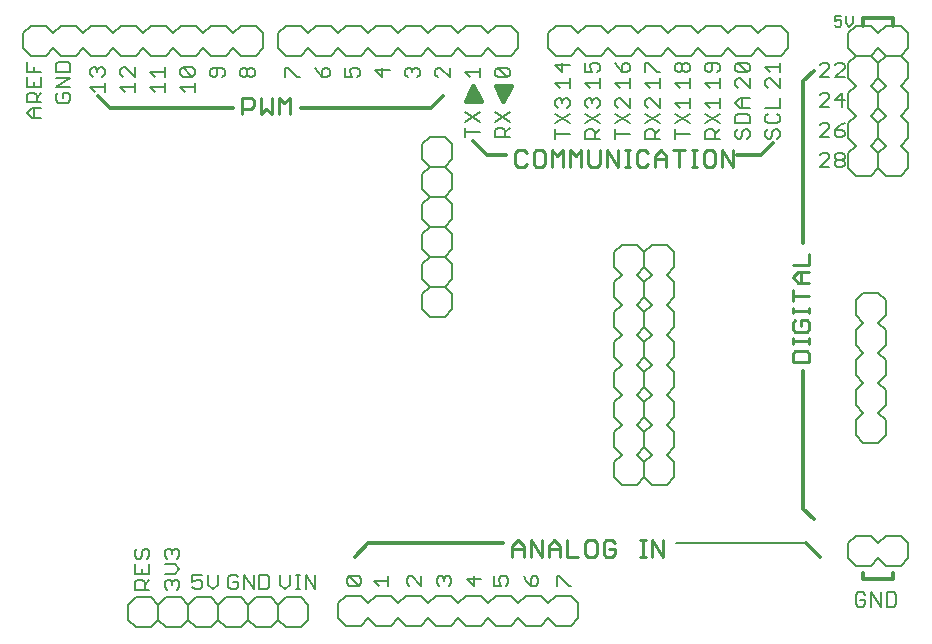
<source format=gto>
G75*
%MOIN*%
%OFA0B0*%
%FSLAX25Y25*%
%IPPOS*%
%LPD*%
%AMOC8*
5,1,8,0,0,1.08239X$1,22.5*
%
%ADD10C,0.01200*%
%ADD11C,0.00800*%
%ADD12C,0.01600*%
%ADD13C,0.01000*%
%ADD14C,0.00600*%
D10*
X0115900Y0029400D02*
X0120400Y0033900D01*
X0165400Y0033900D01*
X0265400Y0045400D02*
X0268900Y0041900D01*
X0265400Y0045400D02*
X0265400Y0091400D01*
X0265400Y0133900D02*
X0265400Y0187900D01*
X0268900Y0191400D01*
X0285400Y0206400D02*
X0285400Y0208900D01*
X0295400Y0208900D01*
X0295400Y0206400D01*
X0255400Y0167400D02*
X0251400Y0163400D01*
X0243400Y0163400D01*
X0166400Y0163400D02*
X0159900Y0163400D01*
X0155400Y0167900D01*
X0141400Y0178900D02*
X0145400Y0182900D01*
X0141400Y0178900D02*
X0097900Y0178900D01*
X0075400Y0178900D02*
X0034400Y0178900D01*
X0030400Y0182900D01*
X0266400Y0033900D02*
X0270900Y0029400D01*
X0285400Y0023900D02*
X0285400Y0021900D01*
X0295400Y0021900D01*
X0295400Y0023900D01*
D11*
X0040400Y0013400D02*
X0040400Y0008400D01*
X0042900Y0005900D01*
X0047900Y0005900D01*
X0050400Y0008400D01*
X0050400Y0013400D01*
X0052900Y0015900D01*
X0057900Y0015900D01*
X0060400Y0013400D01*
X0060400Y0008400D01*
X0057900Y0005900D01*
X0052900Y0005900D01*
X0050400Y0008400D01*
X0050400Y0013400D02*
X0047900Y0015900D01*
X0042900Y0015900D01*
X0040400Y0013400D01*
X0042579Y0018548D02*
X0042579Y0020950D01*
X0043379Y0021751D01*
X0044981Y0021751D01*
X0045781Y0020950D01*
X0045781Y0018548D01*
X0045781Y0020149D02*
X0047383Y0021751D01*
X0047383Y0023704D02*
X0047383Y0026907D01*
X0046582Y0028861D02*
X0047383Y0029662D01*
X0047383Y0031263D01*
X0046582Y0032064D01*
X0045781Y0032064D01*
X0044981Y0031263D01*
X0044981Y0029662D01*
X0044180Y0028861D01*
X0043379Y0028861D01*
X0042579Y0029662D01*
X0042579Y0031263D01*
X0043379Y0032064D01*
X0042579Y0026907D02*
X0042579Y0023704D01*
X0047383Y0023704D01*
X0044981Y0023704D02*
X0044981Y0025306D01*
X0052579Y0026907D02*
X0055781Y0026907D01*
X0057383Y0025306D01*
X0055781Y0023704D01*
X0052579Y0023704D01*
X0053379Y0021751D02*
X0054180Y0021751D01*
X0054981Y0020950D01*
X0055781Y0021751D01*
X0056582Y0021751D01*
X0057383Y0020950D01*
X0057383Y0019349D01*
X0056582Y0018548D01*
X0054981Y0020149D02*
X0054981Y0020950D01*
X0053379Y0021751D02*
X0052579Y0020950D01*
X0052579Y0019349D01*
X0053379Y0018548D01*
X0047383Y0018548D02*
X0042579Y0018548D01*
X0053379Y0028861D02*
X0052579Y0029662D01*
X0052579Y0031263D01*
X0053379Y0032064D01*
X0054180Y0032064D01*
X0054981Y0031263D01*
X0055781Y0032064D01*
X0056582Y0032064D01*
X0057383Y0031263D01*
X0057383Y0029662D01*
X0056582Y0028861D01*
X0054981Y0030462D02*
X0054981Y0031263D01*
X0061748Y0023421D02*
X0061748Y0021019D01*
X0063349Y0021820D01*
X0064150Y0021820D01*
X0064951Y0021019D01*
X0064951Y0019418D01*
X0064150Y0018617D01*
X0062549Y0018617D01*
X0061748Y0019418D01*
X0062900Y0015900D02*
X0067900Y0015900D01*
X0070400Y0013400D01*
X0070400Y0008400D01*
X0067900Y0005900D01*
X0062900Y0005900D01*
X0060400Y0008400D01*
X0060400Y0013400D02*
X0062900Y0015900D01*
X0066904Y0020219D02*
X0068506Y0018617D01*
X0070107Y0020219D01*
X0070107Y0023421D01*
X0066904Y0023421D02*
X0066904Y0020219D01*
X0064951Y0023421D02*
X0061748Y0023421D01*
X0073748Y0022621D02*
X0073748Y0019418D01*
X0074549Y0018617D01*
X0076150Y0018617D01*
X0076951Y0019418D01*
X0076951Y0021019D01*
X0075349Y0021019D01*
X0073748Y0022621D02*
X0074549Y0023421D01*
X0076150Y0023421D01*
X0076951Y0022621D01*
X0078904Y0023421D02*
X0082107Y0018617D01*
X0082107Y0023421D01*
X0084061Y0023421D02*
X0086463Y0023421D01*
X0087264Y0022621D01*
X0087264Y0019418D01*
X0086463Y0018617D01*
X0084061Y0018617D01*
X0084061Y0023421D01*
X0078904Y0023421D02*
X0078904Y0018617D01*
X0077900Y0015900D02*
X0080400Y0013400D01*
X0080400Y0008400D01*
X0077900Y0005900D01*
X0072900Y0005900D01*
X0070400Y0008400D01*
X0070400Y0013400D02*
X0072900Y0015900D01*
X0077900Y0015900D01*
X0080400Y0013400D02*
X0082900Y0015900D01*
X0087900Y0015900D01*
X0090400Y0013400D01*
X0090400Y0008400D01*
X0087900Y0005900D01*
X0082900Y0005900D01*
X0080400Y0008400D01*
X0090400Y0008400D02*
X0092900Y0005900D01*
X0097900Y0005900D01*
X0100400Y0008400D01*
X0100400Y0013400D01*
X0097900Y0015900D01*
X0092900Y0015900D01*
X0090400Y0013400D01*
X0092549Y0018617D02*
X0094151Y0020219D01*
X0094151Y0023421D01*
X0096104Y0023421D02*
X0097706Y0023421D01*
X0096905Y0023421D02*
X0096905Y0018617D01*
X0096104Y0018617D02*
X0097706Y0018617D01*
X0099542Y0018617D02*
X0099542Y0023421D01*
X0102745Y0018617D01*
X0102745Y0023421D01*
X0113196Y0022202D02*
X0113196Y0020601D01*
X0113997Y0019800D01*
X0117199Y0019800D01*
X0113997Y0023003D01*
X0117199Y0023003D01*
X0118000Y0022202D01*
X0118000Y0020601D01*
X0117199Y0019800D01*
X0113997Y0023003D02*
X0113196Y0022202D01*
X0112900Y0016400D02*
X0110400Y0013900D01*
X0110400Y0008900D01*
X0112900Y0006400D01*
X0117900Y0006400D01*
X0120400Y0008900D01*
X0122900Y0006400D01*
X0127900Y0006400D01*
X0130400Y0008900D01*
X0132900Y0006400D01*
X0137900Y0006400D01*
X0140400Y0008900D01*
X0142900Y0006400D01*
X0147900Y0006400D01*
X0150400Y0008900D01*
X0152900Y0006400D01*
X0157900Y0006400D01*
X0160400Y0008900D01*
X0162900Y0006400D01*
X0167900Y0006400D01*
X0170400Y0008900D01*
X0172900Y0006400D01*
X0177900Y0006400D01*
X0180400Y0008900D01*
X0182900Y0006400D01*
X0187900Y0006400D01*
X0190400Y0008900D01*
X0190400Y0013900D01*
X0187900Y0016400D01*
X0182900Y0016400D01*
X0180400Y0013900D01*
X0177900Y0016400D01*
X0172900Y0016400D01*
X0170400Y0013900D01*
X0167900Y0016400D01*
X0162900Y0016400D01*
X0160400Y0013900D01*
X0157900Y0016400D01*
X0152900Y0016400D01*
X0150400Y0013900D01*
X0147900Y0016400D01*
X0142900Y0016400D01*
X0140400Y0013900D01*
X0137900Y0016400D01*
X0132900Y0016400D01*
X0130400Y0013900D01*
X0127900Y0016400D01*
X0122900Y0016400D01*
X0120400Y0013900D01*
X0117900Y0016400D01*
X0112900Y0016400D01*
X0122196Y0021401D02*
X0127000Y0021401D01*
X0127000Y0019800D02*
X0127000Y0023003D01*
X0123797Y0019800D02*
X0122196Y0021401D01*
X0133196Y0020601D02*
X0133997Y0019800D01*
X0133196Y0020601D02*
X0133196Y0022202D01*
X0133997Y0023003D01*
X0134797Y0023003D01*
X0138000Y0019800D01*
X0138000Y0023003D01*
X0143196Y0022202D02*
X0143196Y0020601D01*
X0143997Y0019800D01*
X0145598Y0021401D02*
X0145598Y0022202D01*
X0146399Y0023003D01*
X0147199Y0023003D01*
X0148000Y0022202D01*
X0148000Y0020601D01*
X0147199Y0019800D01*
X0145598Y0022202D02*
X0144797Y0023003D01*
X0143997Y0023003D01*
X0143196Y0022202D01*
X0153196Y0022202D02*
X0155598Y0019800D01*
X0155598Y0023003D01*
X0158000Y0022202D02*
X0153196Y0022202D01*
X0162196Y0023003D02*
X0162196Y0019800D01*
X0164598Y0019800D01*
X0163797Y0021401D01*
X0163797Y0022202D01*
X0164598Y0023003D01*
X0166199Y0023003D01*
X0167000Y0022202D01*
X0167000Y0020601D01*
X0166199Y0019800D01*
X0172196Y0023003D02*
X0172997Y0021401D01*
X0174598Y0019800D01*
X0174598Y0022202D01*
X0175399Y0023003D01*
X0176199Y0023003D01*
X0177000Y0022202D01*
X0177000Y0020601D01*
X0176199Y0019800D01*
X0174598Y0019800D01*
X0183196Y0019800D02*
X0183196Y0023003D01*
X0183997Y0023003D01*
X0187199Y0019800D01*
X0188000Y0019800D01*
X0222900Y0033900D02*
X0266400Y0033900D01*
X0280400Y0033900D02*
X0280400Y0028900D01*
X0282900Y0026400D01*
X0287900Y0026400D01*
X0290400Y0028900D01*
X0292900Y0026400D01*
X0297900Y0026400D01*
X0300400Y0028900D01*
X0300400Y0033900D01*
X0297900Y0036400D01*
X0292900Y0036400D01*
X0290400Y0033900D01*
X0287900Y0036400D01*
X0282900Y0036400D01*
X0280400Y0033900D01*
X0283601Y0017604D02*
X0282800Y0016803D01*
X0282800Y0013601D01*
X0283601Y0012800D01*
X0285202Y0012800D01*
X0286003Y0013601D01*
X0286003Y0015202D01*
X0284401Y0015202D01*
X0286003Y0016803D02*
X0285202Y0017604D01*
X0283601Y0017604D01*
X0287956Y0017604D02*
X0291159Y0012800D01*
X0291159Y0017604D01*
X0293113Y0017604D02*
X0295515Y0017604D01*
X0296316Y0016803D01*
X0296316Y0013601D01*
X0295515Y0012800D01*
X0293113Y0012800D01*
X0293113Y0017604D01*
X0287956Y0017604D02*
X0287956Y0012800D01*
X0222400Y0055900D02*
X0222400Y0060900D01*
X0219900Y0063400D01*
X0222400Y0065900D01*
X0222400Y0070900D01*
X0219900Y0073400D01*
X0222400Y0075900D01*
X0222400Y0080900D01*
X0219900Y0083400D01*
X0222400Y0085900D01*
X0222400Y0090900D01*
X0219900Y0093400D01*
X0222400Y0095900D01*
X0222400Y0100900D01*
X0219900Y0103400D01*
X0222400Y0105900D01*
X0222400Y0110900D01*
X0219900Y0113400D01*
X0222400Y0115900D01*
X0222400Y0120900D01*
X0219900Y0123400D01*
X0222400Y0125900D01*
X0222400Y0130900D01*
X0219900Y0133400D01*
X0214900Y0133400D01*
X0212400Y0130900D01*
X0209900Y0133400D01*
X0204900Y0133400D01*
X0202400Y0130900D01*
X0202400Y0125900D01*
X0204900Y0123400D01*
X0202400Y0120900D01*
X0202400Y0115900D01*
X0204900Y0113400D01*
X0202400Y0110900D01*
X0202400Y0105900D01*
X0204900Y0103400D01*
X0202400Y0100900D01*
X0202400Y0095900D01*
X0204900Y0093400D01*
X0202400Y0090900D01*
X0202400Y0085900D01*
X0204900Y0083400D01*
X0202400Y0080900D01*
X0202400Y0075900D01*
X0204900Y0073400D01*
X0202400Y0070900D01*
X0202400Y0065900D01*
X0204900Y0063400D01*
X0202400Y0060900D01*
X0202400Y0055900D01*
X0204900Y0053400D01*
X0209900Y0053400D01*
X0212400Y0055900D01*
X0212400Y0060900D01*
X0209900Y0063400D01*
X0212400Y0065900D01*
X0212400Y0070900D01*
X0209900Y0073400D01*
X0212400Y0075900D01*
X0212400Y0080900D01*
X0209900Y0083400D01*
X0212400Y0085900D01*
X0212400Y0090900D01*
X0209900Y0093400D01*
X0212400Y0095900D01*
X0212400Y0100900D01*
X0209900Y0103400D01*
X0212400Y0105900D01*
X0212400Y0110900D01*
X0209900Y0113400D01*
X0212400Y0115900D01*
X0212400Y0120900D01*
X0209900Y0123400D01*
X0212400Y0125900D01*
X0212400Y0130900D01*
X0212400Y0125900D01*
X0214900Y0123400D01*
X0212400Y0120900D01*
X0212400Y0115900D01*
X0214900Y0113400D01*
X0212400Y0110900D01*
X0212400Y0105900D01*
X0214900Y0103400D01*
X0212400Y0100900D01*
X0212400Y0095900D01*
X0214900Y0093400D01*
X0212400Y0090900D01*
X0212400Y0085900D01*
X0214900Y0083400D01*
X0212400Y0080900D01*
X0212400Y0075900D01*
X0214900Y0073400D01*
X0212400Y0070900D01*
X0212400Y0065900D01*
X0214900Y0063400D01*
X0212400Y0060900D01*
X0212400Y0055900D01*
X0214900Y0053400D01*
X0219900Y0053400D01*
X0222400Y0055900D01*
X0282900Y0069900D02*
X0285400Y0067400D01*
X0290400Y0067400D01*
X0292900Y0069900D01*
X0292900Y0074900D01*
X0290400Y0077400D01*
X0292900Y0079900D01*
X0292900Y0084900D01*
X0290400Y0087400D01*
X0292900Y0089900D01*
X0292900Y0094900D01*
X0290400Y0097400D01*
X0292900Y0099900D01*
X0292900Y0104900D01*
X0290400Y0107400D01*
X0292900Y0109900D01*
X0292900Y0114900D01*
X0290400Y0117400D01*
X0285400Y0117400D01*
X0282900Y0114900D01*
X0282900Y0109900D01*
X0285400Y0107400D01*
X0282900Y0104900D01*
X0282900Y0099900D01*
X0285400Y0097400D01*
X0282900Y0094900D01*
X0282900Y0089900D01*
X0285400Y0087400D01*
X0282900Y0084900D01*
X0282900Y0079900D01*
X0285400Y0077400D01*
X0282900Y0074900D01*
X0282900Y0069900D01*
X0282900Y0156400D02*
X0287900Y0156400D01*
X0290400Y0158900D01*
X0290400Y0163900D01*
X0287900Y0166400D01*
X0290400Y0168900D01*
X0290400Y0173900D01*
X0287900Y0176400D01*
X0290400Y0178900D01*
X0290400Y0183900D01*
X0287900Y0186400D01*
X0290400Y0188900D01*
X0290400Y0193900D01*
X0287900Y0196400D01*
X0282900Y0196400D01*
X0280400Y0193900D01*
X0280400Y0188900D01*
X0282900Y0186400D01*
X0280400Y0183900D01*
X0280400Y0178900D01*
X0282900Y0176400D01*
X0280400Y0173900D01*
X0280400Y0168900D01*
X0282900Y0166400D01*
X0280400Y0163900D01*
X0280400Y0158900D01*
X0282900Y0156400D01*
X0279159Y0160101D02*
X0278358Y0159300D01*
X0276757Y0159300D01*
X0275956Y0160101D01*
X0275956Y0160901D01*
X0276757Y0161702D01*
X0278358Y0161702D01*
X0279159Y0160901D01*
X0279159Y0160101D01*
X0278358Y0161702D02*
X0279159Y0162503D01*
X0279159Y0163303D01*
X0278358Y0164104D01*
X0276757Y0164104D01*
X0275956Y0163303D01*
X0275956Y0162503D01*
X0276757Y0161702D01*
X0274003Y0162503D02*
X0274003Y0163303D01*
X0273202Y0164104D01*
X0271601Y0164104D01*
X0270800Y0163303D01*
X0274003Y0162503D02*
X0270800Y0159300D01*
X0274003Y0159300D01*
X0274003Y0169300D02*
X0270800Y0169300D01*
X0274003Y0172503D01*
X0274003Y0173303D01*
X0273202Y0174104D01*
X0271601Y0174104D01*
X0270800Y0173303D01*
X0275956Y0171702D02*
X0275956Y0170101D01*
X0276757Y0169300D01*
X0278358Y0169300D01*
X0279159Y0170101D01*
X0279159Y0170901D01*
X0278358Y0171702D01*
X0275956Y0171702D01*
X0277558Y0173303D01*
X0279159Y0174104D01*
X0278358Y0179300D02*
X0278358Y0184104D01*
X0275956Y0181702D01*
X0279159Y0181702D01*
X0274003Y0182503D02*
X0274003Y0183303D01*
X0273202Y0184104D01*
X0271601Y0184104D01*
X0270800Y0183303D01*
X0274003Y0182503D02*
X0270800Y0179300D01*
X0274003Y0179300D01*
X0274003Y0189300D02*
X0270800Y0189300D01*
X0274003Y0192503D01*
X0274003Y0193303D01*
X0273202Y0194104D01*
X0271601Y0194104D01*
X0270800Y0193303D01*
X0275956Y0193303D02*
X0276757Y0194104D01*
X0278358Y0194104D01*
X0279159Y0193303D01*
X0279159Y0192503D01*
X0275956Y0189300D01*
X0279159Y0189300D01*
X0282900Y0196400D02*
X0287900Y0196400D01*
X0290400Y0198900D01*
X0292900Y0196400D01*
X0297900Y0196400D01*
X0300400Y0193900D01*
X0300400Y0188900D01*
X0297900Y0186400D01*
X0300400Y0183900D01*
X0300400Y0178900D01*
X0297900Y0176400D01*
X0300400Y0173900D01*
X0300400Y0168900D01*
X0297900Y0166400D01*
X0300400Y0163900D01*
X0300400Y0158900D01*
X0297900Y0156400D01*
X0292900Y0156400D01*
X0290400Y0158900D01*
X0290400Y0163900D01*
X0292900Y0166400D01*
X0290400Y0168900D01*
X0290400Y0173900D01*
X0292900Y0176400D01*
X0290400Y0178900D01*
X0290400Y0183900D01*
X0292900Y0186400D01*
X0290400Y0188900D01*
X0290400Y0193900D01*
X0292900Y0196400D01*
X0297900Y0196400D01*
X0300400Y0198900D01*
X0300400Y0203900D01*
X0297900Y0206400D01*
X0292900Y0206400D01*
X0290400Y0203900D01*
X0287900Y0206400D01*
X0282900Y0206400D01*
X0280400Y0203900D01*
X0280400Y0198900D01*
X0282900Y0196400D01*
X0260400Y0198900D02*
X0257900Y0196400D01*
X0252900Y0196400D01*
X0250400Y0198900D01*
X0247900Y0196400D01*
X0242900Y0196400D01*
X0240400Y0198900D01*
X0237900Y0196400D01*
X0232900Y0196400D01*
X0230400Y0198900D01*
X0227900Y0196400D01*
X0222900Y0196400D01*
X0220400Y0198900D01*
X0217900Y0196400D01*
X0212900Y0196400D01*
X0210400Y0198900D01*
X0207900Y0196400D01*
X0202900Y0196400D01*
X0200400Y0198900D01*
X0197900Y0196400D01*
X0192900Y0196400D01*
X0190400Y0198900D01*
X0187900Y0196400D01*
X0182900Y0196400D01*
X0180400Y0198900D01*
X0180400Y0203900D01*
X0182900Y0206400D01*
X0187900Y0206400D01*
X0190400Y0203900D01*
X0192900Y0206400D01*
X0197900Y0206400D01*
X0200400Y0203900D01*
X0202900Y0206400D01*
X0207900Y0206400D01*
X0210400Y0203900D01*
X0212900Y0206400D01*
X0217900Y0206400D01*
X0220400Y0203900D01*
X0222900Y0206400D01*
X0227900Y0206400D01*
X0230400Y0203900D01*
X0232900Y0206400D01*
X0237900Y0206400D01*
X0240400Y0203900D01*
X0242900Y0206400D01*
X0247900Y0206400D01*
X0250400Y0203900D01*
X0252900Y0206400D01*
X0257900Y0206400D01*
X0260400Y0203900D01*
X0260400Y0198900D01*
X0257500Y0194159D02*
X0257500Y0190956D01*
X0257500Y0192558D02*
X0252696Y0192558D01*
X0254297Y0190956D01*
X0254297Y0189003D02*
X0253497Y0189003D01*
X0252696Y0188202D01*
X0252696Y0186601D01*
X0253497Y0185800D01*
X0254297Y0189003D02*
X0257500Y0185800D01*
X0257500Y0189003D01*
X0257500Y0182316D02*
X0257500Y0179113D01*
X0252696Y0179113D01*
X0253497Y0177159D02*
X0252696Y0176358D01*
X0252696Y0174757D01*
X0253497Y0173956D01*
X0256699Y0173956D01*
X0257500Y0174757D01*
X0257500Y0176358D01*
X0256699Y0177159D01*
X0256699Y0172003D02*
X0257500Y0171202D01*
X0257500Y0169601D01*
X0256699Y0168800D01*
X0255098Y0169601D02*
X0255098Y0171202D01*
X0255899Y0172003D01*
X0256699Y0172003D01*
X0255098Y0169601D02*
X0254297Y0168800D01*
X0253497Y0168800D01*
X0252696Y0169601D01*
X0252696Y0171202D01*
X0253497Y0172003D01*
X0247500Y0171202D02*
X0247500Y0169601D01*
X0246699Y0168800D01*
X0245098Y0169601D02*
X0245098Y0171202D01*
X0245899Y0172003D01*
X0246699Y0172003D01*
X0247500Y0171202D01*
X0247500Y0173956D02*
X0247500Y0176358D01*
X0246699Y0177159D01*
X0243497Y0177159D01*
X0242696Y0176358D01*
X0242696Y0173956D01*
X0247500Y0173956D01*
X0243497Y0172003D02*
X0242696Y0171202D01*
X0242696Y0169601D01*
X0243497Y0168800D01*
X0244297Y0168800D01*
X0245098Y0169601D01*
X0237500Y0168800D02*
X0232696Y0168800D01*
X0232696Y0171202D01*
X0233497Y0172003D01*
X0235098Y0172003D01*
X0235899Y0171202D01*
X0235899Y0168800D01*
X0235899Y0170401D02*
X0237500Y0172003D01*
X0237500Y0173956D02*
X0232696Y0177159D01*
X0234297Y0179113D02*
X0232696Y0180714D01*
X0237500Y0180714D01*
X0237500Y0179113D02*
X0237500Y0182316D01*
X0237500Y0185800D02*
X0237500Y0189003D01*
X0237500Y0187401D02*
X0232696Y0187401D01*
X0234297Y0185800D01*
X0227500Y0185800D02*
X0227500Y0189003D01*
X0227500Y0187401D02*
X0222696Y0187401D01*
X0224297Y0185800D01*
X0227500Y0182316D02*
X0227500Y0179113D01*
X0227500Y0180714D02*
X0222696Y0180714D01*
X0224297Y0179113D01*
X0222696Y0177159D02*
X0227500Y0173956D01*
X0227500Y0177159D02*
X0222696Y0173956D01*
X0222696Y0172003D02*
X0222696Y0168800D01*
X0222696Y0170401D02*
X0227500Y0170401D01*
X0232696Y0173956D02*
X0237500Y0177159D01*
X0242696Y0180714D02*
X0244297Y0182316D01*
X0247500Y0182316D01*
X0245098Y0182316D02*
X0245098Y0179113D01*
X0244297Y0179113D02*
X0242696Y0180714D01*
X0244297Y0179113D02*
X0247500Y0179113D01*
X0247500Y0185800D02*
X0244297Y0189003D01*
X0243497Y0189003D01*
X0242696Y0188202D01*
X0242696Y0186601D01*
X0243497Y0185800D01*
X0247500Y0185800D02*
X0247500Y0189003D01*
X0246699Y0190956D02*
X0243497Y0190956D01*
X0242696Y0191757D01*
X0242696Y0193358D01*
X0243497Y0194159D01*
X0246699Y0190956D01*
X0247500Y0191757D01*
X0247500Y0193358D01*
X0246699Y0194159D01*
X0243497Y0194159D01*
X0237500Y0193358D02*
X0237500Y0191757D01*
X0236699Y0190956D01*
X0235098Y0191757D02*
X0235098Y0194159D01*
X0236699Y0194159D02*
X0233497Y0194159D01*
X0232696Y0193358D01*
X0232696Y0191757D01*
X0233497Y0190956D01*
X0234297Y0190956D01*
X0235098Y0191757D01*
X0237500Y0193358D02*
X0236699Y0194159D01*
X0227500Y0193358D02*
X0227500Y0191757D01*
X0226699Y0190956D01*
X0225899Y0190956D01*
X0225098Y0191757D01*
X0225098Y0193358D01*
X0225899Y0194159D01*
X0226699Y0194159D01*
X0227500Y0193358D01*
X0225098Y0193358D02*
X0224297Y0194159D01*
X0223497Y0194159D01*
X0222696Y0193358D01*
X0222696Y0191757D01*
X0223497Y0190956D01*
X0224297Y0190956D01*
X0225098Y0191757D01*
X0217500Y0190956D02*
X0216699Y0190956D01*
X0213497Y0194159D01*
X0212696Y0194159D01*
X0212696Y0190956D01*
X0217500Y0189003D02*
X0217500Y0185800D01*
X0217500Y0187401D02*
X0212696Y0187401D01*
X0214297Y0185800D01*
X0214297Y0182316D02*
X0213497Y0182316D01*
X0212696Y0181515D01*
X0212696Y0179913D01*
X0213497Y0179113D01*
X0212696Y0177159D02*
X0217500Y0173956D01*
X0217500Y0172003D02*
X0215899Y0170401D01*
X0215899Y0171202D02*
X0215899Y0168800D01*
X0217500Y0168800D02*
X0212696Y0168800D01*
X0212696Y0171202D01*
X0213497Y0172003D01*
X0215098Y0172003D01*
X0215899Y0171202D01*
X0212696Y0173956D02*
X0217500Y0177159D01*
X0217500Y0179113D02*
X0214297Y0182316D01*
X0217500Y0182316D02*
X0217500Y0179113D01*
X0207500Y0179113D02*
X0204297Y0182316D01*
X0203497Y0182316D01*
X0202696Y0181515D01*
X0202696Y0179913D01*
X0203497Y0179113D01*
X0202696Y0177159D02*
X0207500Y0173956D01*
X0207500Y0177159D02*
X0202696Y0173956D01*
X0202696Y0172003D02*
X0202696Y0168800D01*
X0202696Y0170401D02*
X0207500Y0170401D01*
X0197500Y0168800D02*
X0192696Y0168800D01*
X0192696Y0171202D01*
X0193497Y0172003D01*
X0195098Y0172003D01*
X0195899Y0171202D01*
X0195899Y0168800D01*
X0195899Y0170401D02*
X0197500Y0172003D01*
X0197500Y0173956D02*
X0192696Y0177159D01*
X0193497Y0179113D02*
X0192696Y0179913D01*
X0192696Y0181515D01*
X0193497Y0182316D01*
X0194297Y0182316D01*
X0195098Y0181515D01*
X0195899Y0182316D01*
X0196699Y0182316D01*
X0197500Y0181515D01*
X0197500Y0179913D01*
X0196699Y0179113D01*
X0197500Y0177159D02*
X0192696Y0173956D01*
X0187500Y0173956D02*
X0182696Y0177159D01*
X0183497Y0179113D02*
X0182696Y0179913D01*
X0182696Y0181515D01*
X0183497Y0182316D01*
X0184297Y0182316D01*
X0185098Y0181515D01*
X0185899Y0182316D01*
X0186699Y0182316D01*
X0187500Y0181515D01*
X0187500Y0179913D01*
X0186699Y0179113D01*
X0187500Y0177159D02*
X0182696Y0173956D01*
X0182696Y0172003D02*
X0182696Y0168800D01*
X0182696Y0170401D02*
X0187500Y0170401D01*
X0185098Y0180714D02*
X0185098Y0181515D01*
X0184297Y0185800D02*
X0182696Y0187401D01*
X0187500Y0187401D01*
X0187500Y0185800D02*
X0187500Y0189003D01*
X0185098Y0190956D02*
X0185098Y0194159D01*
X0187500Y0193358D02*
X0182696Y0193358D01*
X0185098Y0190956D01*
X0192696Y0190956D02*
X0195098Y0190956D01*
X0194297Y0192558D01*
X0194297Y0193358D01*
X0195098Y0194159D01*
X0196699Y0194159D01*
X0197500Y0193358D01*
X0197500Y0191757D01*
X0196699Y0190956D01*
X0197500Y0189003D02*
X0197500Y0185800D01*
X0197500Y0187401D02*
X0192696Y0187401D01*
X0194297Y0185800D01*
X0195098Y0181515D02*
X0195098Y0180714D01*
X0202696Y0187401D02*
X0207500Y0187401D01*
X0207500Y0185800D02*
X0207500Y0189003D01*
X0206699Y0190956D02*
X0207500Y0191757D01*
X0207500Y0193358D01*
X0206699Y0194159D01*
X0205899Y0194159D01*
X0205098Y0193358D01*
X0205098Y0190956D01*
X0206699Y0190956D01*
X0205098Y0190956D02*
X0203497Y0192558D01*
X0202696Y0194159D01*
X0202696Y0187401D02*
X0204297Y0185800D01*
X0207500Y0182316D02*
X0207500Y0179113D01*
X0192696Y0190956D02*
X0192696Y0194159D01*
X0170400Y0198900D02*
X0167900Y0196400D01*
X0162900Y0196400D01*
X0160400Y0198900D01*
X0157900Y0196400D01*
X0152900Y0196400D01*
X0150400Y0198900D01*
X0147900Y0196400D01*
X0142900Y0196400D01*
X0140400Y0198900D01*
X0137900Y0196400D01*
X0132900Y0196400D01*
X0130400Y0198900D01*
X0127900Y0196400D01*
X0122900Y0196400D01*
X0120400Y0198900D01*
X0117900Y0196400D01*
X0112900Y0196400D01*
X0110400Y0198900D01*
X0107900Y0196400D01*
X0102900Y0196400D01*
X0100400Y0198900D01*
X0097900Y0196400D01*
X0092900Y0196400D01*
X0090400Y0198900D01*
X0090400Y0203900D01*
X0092900Y0206400D01*
X0097900Y0206400D01*
X0100400Y0203900D01*
X0102900Y0206400D01*
X0107900Y0206400D01*
X0110400Y0203900D01*
X0112900Y0206400D01*
X0117900Y0206400D01*
X0120400Y0203900D01*
X0122900Y0206400D01*
X0127900Y0206400D01*
X0130400Y0203900D01*
X0132900Y0206400D01*
X0137900Y0206400D01*
X0140400Y0203900D01*
X0142900Y0206400D01*
X0147900Y0206400D01*
X0150400Y0203900D01*
X0152900Y0206400D01*
X0157900Y0206400D01*
X0160400Y0203900D01*
X0162900Y0206400D01*
X0167900Y0206400D01*
X0170400Y0203900D01*
X0170400Y0198900D01*
X0166699Y0192503D02*
X0167500Y0191702D01*
X0167500Y0190101D01*
X0166699Y0189300D01*
X0163497Y0192503D01*
X0166699Y0192503D01*
X0163497Y0192503D02*
X0162696Y0191702D01*
X0162696Y0190101D01*
X0163497Y0189300D01*
X0166699Y0189300D01*
X0157500Y0189300D02*
X0157500Y0192503D01*
X0157500Y0190901D02*
X0152696Y0190901D01*
X0154297Y0189300D01*
X0147500Y0189300D02*
X0147500Y0192503D01*
X0144297Y0192503D02*
X0143497Y0192503D01*
X0142696Y0191702D01*
X0142696Y0190101D01*
X0143497Y0189300D01*
X0144297Y0192503D02*
X0147500Y0189300D01*
X0137500Y0190101D02*
X0136699Y0189300D01*
X0137500Y0190101D02*
X0137500Y0191702D01*
X0136699Y0192503D01*
X0135899Y0192503D01*
X0135098Y0191702D01*
X0135098Y0190901D01*
X0135098Y0191702D02*
X0134297Y0192503D01*
X0133497Y0192503D01*
X0132696Y0191702D01*
X0132696Y0190101D01*
X0133497Y0189300D01*
X0127500Y0191702D02*
X0122696Y0191702D01*
X0125098Y0189300D01*
X0125098Y0192503D01*
X0117500Y0191702D02*
X0117500Y0190101D01*
X0116699Y0189300D01*
X0115098Y0189300D02*
X0114297Y0190901D01*
X0114297Y0191702D01*
X0115098Y0192503D01*
X0116699Y0192503D01*
X0117500Y0191702D01*
X0115098Y0189300D02*
X0112696Y0189300D01*
X0112696Y0192503D01*
X0107500Y0191702D02*
X0106699Y0192503D01*
X0105899Y0192503D01*
X0105098Y0191702D01*
X0105098Y0189300D01*
X0106699Y0189300D01*
X0107500Y0190101D01*
X0107500Y0191702D01*
X0105098Y0189300D02*
X0103497Y0190901D01*
X0102696Y0192503D01*
X0097500Y0189300D02*
X0096699Y0189300D01*
X0093497Y0192503D01*
X0092696Y0192503D01*
X0092696Y0189300D01*
X0082500Y0190101D02*
X0081699Y0189300D01*
X0080899Y0189300D01*
X0080098Y0190101D01*
X0080098Y0191702D01*
X0080899Y0192503D01*
X0081699Y0192503D01*
X0082500Y0191702D01*
X0082500Y0190101D01*
X0080098Y0190101D02*
X0079297Y0189300D01*
X0078497Y0189300D01*
X0077696Y0190101D01*
X0077696Y0191702D01*
X0078497Y0192503D01*
X0079297Y0192503D01*
X0080098Y0191702D01*
X0077900Y0196400D02*
X0075400Y0198900D01*
X0072900Y0196400D01*
X0067900Y0196400D01*
X0065400Y0198900D01*
X0062900Y0196400D01*
X0057900Y0196400D01*
X0055400Y0198900D01*
X0052900Y0196400D01*
X0047900Y0196400D01*
X0045400Y0198900D01*
X0042900Y0196400D01*
X0037900Y0196400D01*
X0035400Y0198900D01*
X0032900Y0196400D01*
X0027900Y0196400D01*
X0025400Y0198900D01*
X0022900Y0196400D01*
X0017900Y0196400D01*
X0015400Y0198900D01*
X0012900Y0196400D01*
X0007900Y0196400D01*
X0005400Y0198900D01*
X0005400Y0203900D01*
X0007900Y0206400D01*
X0012900Y0206400D01*
X0015400Y0203900D01*
X0017900Y0206400D01*
X0022900Y0206400D01*
X0025400Y0203900D01*
X0027900Y0206400D01*
X0032900Y0206400D01*
X0035400Y0203900D01*
X0037900Y0206400D01*
X0042900Y0206400D01*
X0045400Y0203900D01*
X0047900Y0206400D01*
X0052900Y0206400D01*
X0055400Y0203900D01*
X0057900Y0206400D01*
X0062900Y0206400D01*
X0065400Y0203900D01*
X0067900Y0206400D01*
X0072900Y0206400D01*
X0075400Y0203900D01*
X0077900Y0206400D01*
X0082900Y0206400D01*
X0085400Y0203900D01*
X0085400Y0198900D01*
X0082900Y0196400D01*
X0077900Y0196400D01*
X0072500Y0191702D02*
X0071699Y0192503D01*
X0068497Y0192503D01*
X0067696Y0191702D01*
X0067696Y0190101D01*
X0068497Y0189300D01*
X0069297Y0189300D01*
X0070098Y0190101D01*
X0070098Y0192503D01*
X0072500Y0191702D02*
X0072500Y0190101D01*
X0071699Y0189300D01*
X0062500Y0190257D02*
X0061699Y0189456D01*
X0058497Y0192659D01*
X0061699Y0192659D01*
X0062500Y0191858D01*
X0062500Y0190257D01*
X0061699Y0189456D02*
X0058497Y0189456D01*
X0057696Y0190257D01*
X0057696Y0191858D01*
X0058497Y0192659D01*
X0052500Y0192659D02*
X0052500Y0189456D01*
X0052500Y0191058D02*
X0047696Y0191058D01*
X0049297Y0189456D01*
X0052500Y0187503D02*
X0052500Y0184300D01*
X0052500Y0185901D02*
X0047696Y0185901D01*
X0049297Y0184300D01*
X0042500Y0184300D02*
X0042500Y0187503D01*
X0042500Y0185901D02*
X0037696Y0185901D01*
X0039297Y0184300D01*
X0038497Y0189456D02*
X0037696Y0190257D01*
X0037696Y0191858D01*
X0038497Y0192659D01*
X0039297Y0192659D01*
X0042500Y0189456D01*
X0042500Y0192659D01*
X0032500Y0191858D02*
X0032500Y0190257D01*
X0031699Y0189456D01*
X0032500Y0187503D02*
X0032500Y0184300D01*
X0032500Y0185901D02*
X0027696Y0185901D01*
X0029297Y0184300D01*
X0028497Y0189456D02*
X0027696Y0190257D01*
X0027696Y0191858D01*
X0028497Y0192659D01*
X0029297Y0192659D01*
X0030098Y0191858D01*
X0030899Y0192659D01*
X0031699Y0192659D01*
X0032500Y0191858D01*
X0030098Y0191858D02*
X0030098Y0191058D01*
X0020925Y0191161D02*
X0020925Y0193563D01*
X0020125Y0194364D01*
X0016922Y0194364D01*
X0016121Y0193563D01*
X0016121Y0191161D01*
X0020925Y0191161D01*
X0020925Y0189207D02*
X0016121Y0189207D01*
X0016121Y0186004D02*
X0020925Y0189207D01*
X0020925Y0186004D02*
X0016121Y0186004D01*
X0016922Y0184051D02*
X0016121Y0183250D01*
X0016121Y0181649D01*
X0016922Y0180848D01*
X0020125Y0180848D01*
X0020925Y0181649D01*
X0020925Y0183250D01*
X0020125Y0184051D01*
X0018523Y0184051D01*
X0018523Y0182449D01*
X0011383Y0180904D02*
X0006579Y0180904D01*
X0006579Y0183306D01*
X0007379Y0184107D01*
X0008981Y0184107D01*
X0009781Y0183306D01*
X0009781Y0180904D01*
X0009781Y0182506D02*
X0011383Y0184107D01*
X0011383Y0186061D02*
X0006579Y0186061D01*
X0006579Y0189264D01*
X0006579Y0191217D02*
X0006579Y0194420D01*
X0008981Y0192819D02*
X0008981Y0191217D01*
X0011383Y0191217D02*
X0006579Y0191217D01*
X0011383Y0189264D02*
X0011383Y0186061D01*
X0008981Y0186061D02*
X0008981Y0187662D01*
X0008981Y0178951D02*
X0008981Y0175748D01*
X0008180Y0175748D02*
X0006579Y0177349D01*
X0008180Y0178951D01*
X0011383Y0178951D01*
X0011383Y0175748D02*
X0008180Y0175748D01*
X0057696Y0185901D02*
X0062500Y0185901D01*
X0062500Y0184300D02*
X0062500Y0187503D01*
X0059297Y0184300D02*
X0057696Y0185901D01*
X0138400Y0166900D02*
X0138400Y0161900D01*
X0140900Y0159400D01*
X0145900Y0159400D01*
X0148400Y0156900D01*
X0148400Y0151900D01*
X0145900Y0149400D01*
X0140900Y0149400D01*
X0138400Y0151900D01*
X0138400Y0156900D01*
X0140900Y0159400D01*
X0145900Y0159400D02*
X0148400Y0161900D01*
X0148400Y0166900D01*
X0145900Y0169400D01*
X0140900Y0169400D01*
X0138400Y0166900D01*
X0152696Y0169300D02*
X0152696Y0172503D01*
X0152696Y0170901D02*
X0157500Y0170901D01*
X0157500Y0174456D02*
X0152696Y0177659D01*
X0152696Y0174456D02*
X0157500Y0177659D01*
X0162696Y0177659D02*
X0167500Y0174456D01*
X0167500Y0172503D02*
X0165899Y0170901D01*
X0165899Y0171702D02*
X0165899Y0169300D01*
X0167500Y0169300D02*
X0162696Y0169300D01*
X0162696Y0171702D01*
X0163497Y0172503D01*
X0165098Y0172503D01*
X0165899Y0171702D01*
X0162696Y0174456D02*
X0167500Y0177659D01*
X0145900Y0149400D02*
X0148400Y0146900D01*
X0148400Y0141900D01*
X0145900Y0139400D01*
X0140900Y0139400D01*
X0138400Y0141900D01*
X0138400Y0146900D01*
X0140900Y0149400D01*
X0140900Y0139400D02*
X0138400Y0136900D01*
X0138400Y0131900D01*
X0140900Y0129400D01*
X0145900Y0129400D01*
X0148400Y0126900D01*
X0148400Y0121900D01*
X0145900Y0119400D01*
X0140900Y0119400D01*
X0138400Y0121900D01*
X0138400Y0126900D01*
X0140900Y0129400D01*
X0145900Y0129400D02*
X0148400Y0131900D01*
X0148400Y0136900D01*
X0145900Y0139400D01*
X0145900Y0119400D02*
X0148400Y0116900D01*
X0148400Y0111900D01*
X0145900Y0109400D01*
X0140900Y0109400D01*
X0138400Y0111900D01*
X0138400Y0116900D01*
X0140900Y0119400D01*
X0090948Y0023421D02*
X0090948Y0020219D01*
X0092549Y0018617D01*
D12*
X0152900Y0181400D02*
X0155400Y0183900D01*
X0157900Y0181400D01*
X0155400Y0181400D01*
X0155400Y0183900D01*
X0155400Y0186400D02*
X0157900Y0181400D01*
X0155400Y0181400D02*
X0152900Y0181400D01*
X0155400Y0186400D01*
X0162900Y0186400D02*
X0165400Y0183900D01*
X0165400Y0186400D01*
X0167900Y0186400D01*
X0165400Y0183900D01*
X0165400Y0181400D02*
X0162900Y0186400D01*
X0165400Y0186400D01*
X0167900Y0186400D02*
X0165400Y0181400D01*
D13*
X0170334Y0165005D02*
X0169400Y0164071D01*
X0169400Y0160334D01*
X0170334Y0159400D01*
X0172202Y0159400D01*
X0173137Y0160334D01*
X0175477Y0160334D02*
X0176411Y0159400D01*
X0178280Y0159400D01*
X0179214Y0160334D01*
X0179214Y0164071D01*
X0178280Y0165005D01*
X0176411Y0165005D01*
X0175477Y0164071D01*
X0175477Y0160334D01*
X0173137Y0164071D02*
X0172202Y0165005D01*
X0170334Y0165005D01*
X0181554Y0165005D02*
X0181554Y0159400D01*
X0185291Y0159400D02*
X0185291Y0165005D01*
X0183423Y0163137D01*
X0181554Y0165005D01*
X0187632Y0165005D02*
X0189500Y0163137D01*
X0191368Y0165005D01*
X0191368Y0159400D01*
X0193709Y0160334D02*
X0194643Y0159400D01*
X0196511Y0159400D01*
X0197445Y0160334D01*
X0197445Y0165005D01*
X0199786Y0165005D02*
X0203522Y0159400D01*
X0203522Y0165005D01*
X0205863Y0165005D02*
X0207731Y0165005D01*
X0206797Y0165005D02*
X0206797Y0159400D01*
X0205863Y0159400D02*
X0207731Y0159400D01*
X0209915Y0160334D02*
X0210849Y0159400D01*
X0212717Y0159400D01*
X0213651Y0160334D01*
X0215992Y0159400D02*
X0215992Y0163137D01*
X0217860Y0165005D01*
X0219728Y0163137D01*
X0219728Y0159400D01*
X0219728Y0162202D02*
X0215992Y0162202D01*
X0213651Y0164071D02*
X0212717Y0165005D01*
X0210849Y0165005D01*
X0209915Y0164071D01*
X0209915Y0160334D01*
X0199786Y0159400D02*
X0199786Y0165005D01*
X0193709Y0165005D02*
X0193709Y0160334D01*
X0187632Y0159400D02*
X0187632Y0165005D01*
X0222069Y0165005D02*
X0225805Y0165005D01*
X0223937Y0165005D02*
X0223937Y0159400D01*
X0228146Y0159400D02*
X0230014Y0159400D01*
X0229080Y0159400D02*
X0229080Y0165005D01*
X0228146Y0165005D02*
X0230014Y0165005D01*
X0232198Y0164071D02*
X0232198Y0160334D01*
X0233132Y0159400D01*
X0235000Y0159400D01*
X0235934Y0160334D01*
X0235934Y0164071D01*
X0235000Y0165005D01*
X0233132Y0165005D01*
X0232198Y0164071D01*
X0238275Y0165005D02*
X0238275Y0159400D01*
X0242011Y0159400D02*
X0242011Y0165005D01*
X0238275Y0165005D02*
X0242011Y0159400D01*
X0267400Y0130548D02*
X0267400Y0126812D01*
X0261795Y0126812D01*
X0263663Y0124471D02*
X0267400Y0124471D01*
X0264598Y0124471D02*
X0264598Y0120734D01*
X0263663Y0120734D02*
X0261795Y0122603D01*
X0263663Y0124471D01*
X0263663Y0120734D02*
X0267400Y0120734D01*
X0261795Y0118394D02*
X0261795Y0114657D01*
X0261795Y0116526D02*
X0267400Y0116526D01*
X0267400Y0112474D02*
X0267400Y0110606D01*
X0267400Y0111540D02*
X0261795Y0111540D01*
X0261795Y0110606D02*
X0261795Y0112474D01*
X0262729Y0108265D02*
X0261795Y0107331D01*
X0261795Y0105463D01*
X0262729Y0104529D01*
X0266466Y0104529D01*
X0267400Y0105463D01*
X0267400Y0107331D01*
X0266466Y0108265D01*
X0264598Y0108265D01*
X0264598Y0106397D01*
X0267400Y0102345D02*
X0267400Y0100477D01*
X0267400Y0101411D02*
X0261795Y0101411D01*
X0261795Y0100477D02*
X0261795Y0102345D01*
X0262729Y0098137D02*
X0261795Y0097202D01*
X0261795Y0094400D01*
X0267400Y0094400D01*
X0267400Y0097202D01*
X0266466Y0098137D01*
X0262729Y0098137D01*
X0218728Y0035005D02*
X0218728Y0029400D01*
X0214992Y0035005D01*
X0214992Y0029400D01*
X0212809Y0029400D02*
X0210940Y0029400D01*
X0211874Y0029400D02*
X0211874Y0035005D01*
X0210940Y0035005D02*
X0212809Y0035005D01*
X0202522Y0034071D02*
X0201588Y0035005D01*
X0199720Y0035005D01*
X0198786Y0034071D01*
X0198786Y0030334D01*
X0199720Y0029400D01*
X0201588Y0029400D01*
X0202522Y0030334D01*
X0202522Y0032202D01*
X0200654Y0032202D01*
X0196445Y0030334D02*
X0195511Y0029400D01*
X0193643Y0029400D01*
X0192709Y0030334D01*
X0192709Y0034071D01*
X0193643Y0035005D01*
X0195511Y0035005D01*
X0196445Y0034071D01*
X0196445Y0030334D01*
X0190368Y0029400D02*
X0186632Y0029400D01*
X0186632Y0035005D01*
X0184291Y0033137D02*
X0184291Y0029400D01*
X0184291Y0032202D02*
X0180554Y0032202D01*
X0180554Y0033137D02*
X0180554Y0029400D01*
X0178214Y0029400D02*
X0178214Y0035005D01*
X0180554Y0033137D02*
X0182423Y0035005D01*
X0184291Y0033137D01*
X0178214Y0029400D02*
X0174477Y0035005D01*
X0174477Y0029400D01*
X0172137Y0029400D02*
X0172137Y0033137D01*
X0170268Y0035005D01*
X0168400Y0033137D01*
X0168400Y0029400D01*
X0168400Y0032202D02*
X0172137Y0032202D01*
X0094291Y0176900D02*
X0094291Y0182505D01*
X0092423Y0180637D01*
X0090554Y0182505D01*
X0090554Y0176900D01*
X0088214Y0176900D02*
X0086345Y0178768D01*
X0084477Y0176900D01*
X0084477Y0182505D01*
X0082137Y0181571D02*
X0082137Y0179702D01*
X0081202Y0178768D01*
X0078400Y0178768D01*
X0078400Y0176900D02*
X0078400Y0182505D01*
X0081202Y0182505D01*
X0082137Y0181571D01*
X0088214Y0182505D02*
X0088214Y0176900D01*
D14*
X0275834Y0206767D02*
X0276401Y0206200D01*
X0277535Y0206200D01*
X0278102Y0206767D01*
X0278102Y0207901D01*
X0277535Y0208469D01*
X0276968Y0208469D01*
X0275834Y0207901D01*
X0275834Y0209603D01*
X0278102Y0209603D01*
X0279517Y0209603D02*
X0279517Y0207334D01*
X0280651Y0206200D01*
X0281785Y0207334D01*
X0281785Y0209603D01*
M02*

</source>
